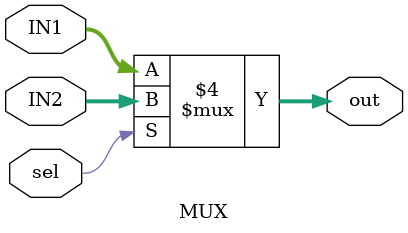
<source format=v>
module MUX#(
    parameter WIDTH  =32  
) ( 
    input wire [WIDTH-1:0] IN1,IN2,
    input wire             sel,
    output reg [WIDTH-1:0] out         
);
always @(*) begin
    if (~sel)
            out=IN1;
    else    out=IN2;
    
end
    
endmodule
</source>
